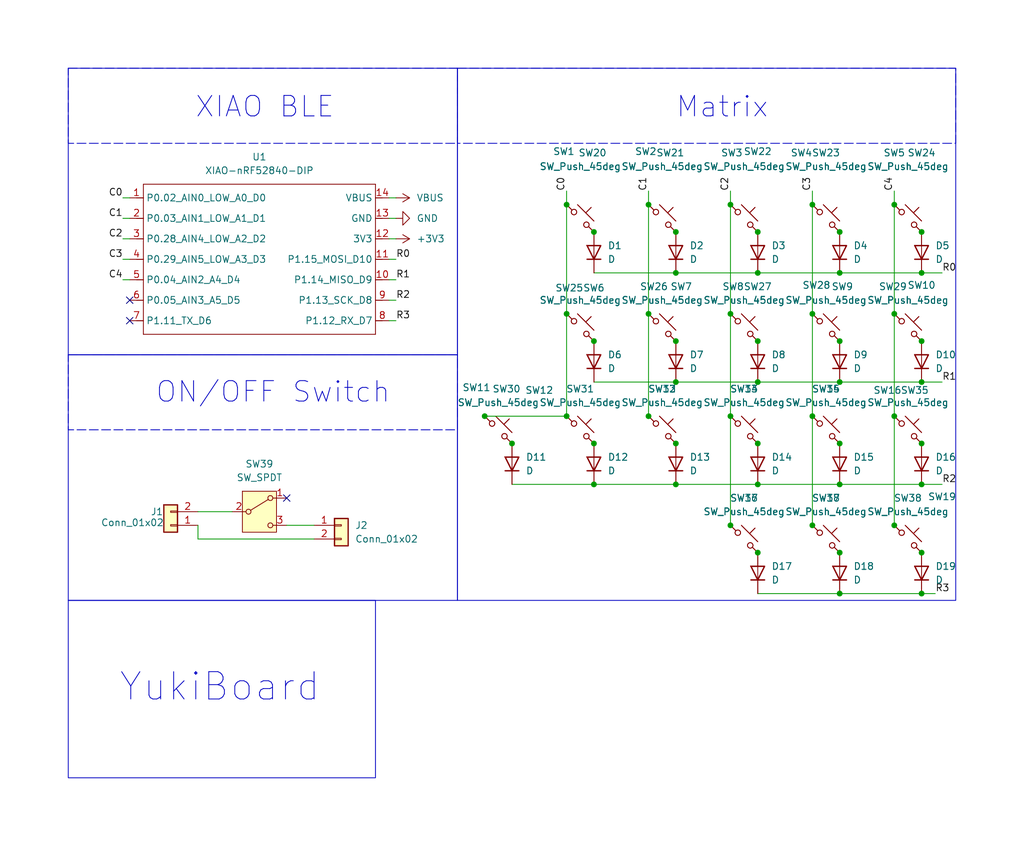
<source format=kicad_sch>
(kicad_sch (version 20250114) (generator "eeschema") (generator_version "9.0")
  (paper "User" 190.5 157.48)
  (title_block (title "YukiBoard") (date "08/01/2025") (rev "V0.1") (company "manni"))
  (lib_symbols
    (symbol "Connector_Generic:Conn_01x02" (pin_names (offset 1.016) (hide yes))
      (property "Reference" "J" (at 0 2.54 0))
      (property "Value" "Conn_01x02" (at 0 -5.08 0))
      (symbol "Conn_01x02_1_1"
        (rectangle (start -1.27 1.27) (end 1.27 -3.81) (stroke (width 0.254)) (fill (type background)))
        (rectangle (start -1.27 0.127) (end 0 -0.127) (stroke (width 0.1524)))
        (rectangle (start -1.27 -2.413) (end 0 -2.667) (stroke (width 0.1524)))
        (pin passive line (at -5.08 0 0) (length 3.81) (name "Pin_1") (number "1"))
        (pin passive line (at -5.08 -2.54 0) (length 3.81) (name "Pin_2") (number "2"))
      )
    )
    (symbol "Device:D" (pin_numbers (hide yes)) (pin_names (offset 1.016) (hide yes))
      (property "Reference" "D" (at 0 2.54 0))
      (property "Value" "D" (at 0 -2.54 0))
      (symbol "D_0_1"
        (polyline (pts (xy -1.27 1.27) (xy -1.27 -1.27)) (stroke (width 0.254)))
        (polyline (pts (xy 1.27 1.27) (xy 1.27 -1.27) (xy -1.27 0) (xy 1.27 1.27)) (stroke (width 0.254)))
        (polyline (pts (xy 1.27 0) (xy -1.27 0)))
      )
      (symbol "D_1_1"
        (pin passive line (at -3.81 0 0) (length 2.54) (name "K") (number "1"))
        (pin passive line (at 3.81 0 180) (length 2.54) (name "A") (number "2"))
      )
    )
    (symbol "Seeed_Studio_XIAO_Series:XIAO-nRF52840-DIP"
      (property "Reference" "U" (at -3.048 1.778 0))
      (property "Value" "XIAO-nRF52840-DIP" (at 3.048 -0.254 0))
      (symbol "XIAO-nRF52840-DIP_1_0"
        (polyline (pts (xy -3.81 -1.27) (xy 39.37 -1.27)) (stroke (width 0.1524)))
        (polyline (pts (xy -3.81 -3.81) (xy -5.08 -3.81)) (stroke (width 0.1524)))
        (polyline (pts (xy -3.81 -3.81) (xy -3.81 -1.27)) (stroke (width 0.1524)))
        (polyline (pts (xy -3.81 -7.62) (xy -5.08 -7.62)) (stroke (width 0.1524)))
        (polyline (pts (xy -3.81 -7.62) (xy -3.81 -3.81)) (stroke (width 0.1524)))
        (polyline (pts (xy -3.81 -11.43) (xy -5.08 -11.43)) (stroke (width 0.1524)))
        (polyline (pts (xy -3.81 -11.43) (xy -3.81 -7.62)) (stroke (width 0.1524)))
        (polyline (pts (xy -3.81 -15.24) (xy -5.08 -15.24)) (stroke (width 0.1524)))
        (polyline (pts (xy -3.81 -15.24) (xy -3.81 -11.43)) (stroke (width 0.1524)))
        (polyline (pts (xy -3.81 -19.05) (xy -5.08 -19.05)) (stroke (width 0.1524)))
        (polyline (pts (xy -3.81 -22.86) (xy -5.08 -22.86)) (stroke (width 0.1524)))
        (polyline (pts (xy -3.81 -26.67) (xy -5.08 -26.67)) (stroke (width 0.1524)))
        (polyline (pts (xy -3.81 -29.21) (xy -3.81 -15.24)) (stroke (width 0.1524)))
        (polyline (pts (xy 39.37 -1.27) (xy 39.37 -3.81)) (stroke (width 0.1524)))
        (polyline (pts (xy 39.37 -3.81) (xy 39.37 -7.62)) (stroke (width 0.1524)))
        (polyline (pts (xy 39.37 -7.62) (xy 39.37 -11.43)) (stroke (width 0.1524)))
        (polyline (pts (xy 39.37 -11.43) (xy 39.37 -29.21)) (stroke (width 0.1524)))
        (polyline (pts (xy 39.37 -29.21) (xy -3.81 -29.21)) (stroke (width 0.1524)))
        (polyline (pts (xy 40.64 -3.81) (xy 39.37 -3.81)) (stroke (width 0.1524)))
        (polyline (pts (xy 40.64 -7.62) (xy 39.37 -7.62)) (stroke (width 0.1524)))
        (polyline (pts (xy 40.64 -11.43) (xy 39.37 -11.43)) (stroke (width 0.1524)))
        (polyline (pts (xy 40.64 -15.24) (xy 39.37 -15.24)) (stroke (width 0.1524)))
        (polyline (pts (xy 40.64 -19.05) (xy 39.37 -19.05)) (stroke (width 0.1524)))
        (polyline (pts (xy 40.64 -22.86) (xy 39.37 -22.86)) (stroke (width 0.1524)))
        (polyline (pts (xy 40.64 -26.67) (xy 39.37 -26.67)) (stroke (width 0.1524)))
        (pin passive line (at -6.35 -3.81 0) (length 2.54) (name "P0.02_AIN0_LOW_A0_D0") (number "1"))
        (pin passive line (at -6.35 -7.62 0) (length 2.54) (name "P0.03_AIN1_LOW_A1_D1") (number "2"))
        (pin passive line (at -6.35 -11.43 0) (length 2.54) (name "P0.28_AIN4_LOW_A2_D2") (number "3"))
        (pin passive line (at -6.35 -15.24 0) (length 2.54) (name "P0.29_AIN5_LOW_A3_D3") (number "4"))
        (pin passive line (at -6.35 -19.05 0) (length 2.54) (name "P0.04_AIN2_A4_D4") (number "5"))
        (pin passive line (at -6.35 -22.86 0) (length 2.54) (name "P0.05_AIN3_A5_D5") (number "6"))
        (pin passive line (at -6.35 -26.67 0) (length 2.54) (name "P1.11_TX_D6") (number "7"))
        (pin passive line (at 41.91 -3.81 180) (length 2.54) (name "VBUS") (number "14"))
        (pin passive line (at 41.91 -7.62 180) (length 2.54) (name "GND") (number "13"))
        (pin passive line (at 41.91 -11.43 180) (length 2.54) (name "3V3") (number "12"))
        (pin passive line (at 41.91 -15.24 180) (length 2.54) (name "P1.15_MOSI_D10") (number "11"))
        (pin passive line (at 41.91 -19.05 180) (length 2.54) (name "P1.14_MISO_D9") (number "10"))
        (pin passive line (at 41.91 -22.86 180) (length 2.54) (name "P1.13_SCK_D8") (number "9"))
        (pin passive line (at 41.91 -26.67 180) (length 2.54) (name "P1.12_RX_D7") (number "8"))
      )
    )
    (symbol "Switch:SW_Push_45deg" (pin_numbers (hide yes)) (pin_names (offset 1.016) (hide yes))
      (property "Reference" "SW" (at 3.048 1.016 0))
      (property "Value" "SW_Push_45deg" (at 0 -3.81 0))
      (symbol "SW_Push_45deg_0_1"
        (polyline (pts (xy -2.54 2.54) (xy -1.524 1.524) (xy -1.524 1.524)))
        (circle (center -1.1684 1.1684) (radius 0.508))
        (polyline (pts (xy -0.508 2.54) (xy 2.54 -0.508)))
        (polyline (pts (xy 1.016 1.016) (xy 2.032 2.032)))
        (circle (center 1.143 -1.1938) (radius 0.508))
        (polyline (pts (xy 1.524 -1.524) (xy 2.54 -2.54) (xy 2.54 -2.54) (xy 2.54 -2.54)))
        (pin passive line (at -2.54 2.54 0) (length 0) (name "1") (number "1"))
        (pin passive line (at 2.54 -2.54 180) (length 0) (name "2") (number "2"))
      )
    )
    (symbol "Switch:SW_SPDT" (pin_names (offset 0) (hide yes))
      (property "Reference" "SW" (at 0 5.08 0))
      (property "Value" "SW_SPDT" (at 0 -5.08 0))
      (symbol "SW_SPDT_0_1"
        (circle (center -2.032 0) (radius 0.4572))
        (polyline (pts (xy -1.651 0.254) (xy 1.651 2.286)))
        (circle (center 2.032 2.54) (radius 0.4572))
        (circle (center 2.032 -2.54) (radius 0.4572))
      )
      (symbol "SW_SPDT_1_1"
        (rectangle (start -3.175 3.81) (end 3.175 -3.81) (fill (type background)))
        (pin passive line (at -5.08 0 0) (length 2.54) (name "B") (number "2"))
        (pin passive line (at 5.08 2.54 180) (length 2.54) (name "A") (number "1"))
        (pin passive line (at 5.08 -2.54 180) (length 2.54) (name "C") (number "3"))
      )
    )
    (symbol "power:+3V3" (power) (pin_numbers (hide yes)) (pin_names (offset 0) (hide yes))
      (property "Value" "+3V3" (at 0 3.556 0))
      (symbol "+3V3_0_1"
        (polyline (pts (xy -0.762 1.27) (xy 0 2.54)))
        (polyline (pts (xy 0 2.54) (xy 0.762 1.27)))
        (polyline (pts (xy 0 0) (xy 0 2.54)))
      )
      (symbol "+3V3_1_1"
        (pin power_in line (at 0 0 90) (length 0) (name "~") (number "1"))
      )
    )
    (symbol "power:GND" (power) (pin_numbers (hide yes)) (pin_names (offset 0) (hide yes))
      (property "Value" "GND" (at 0 -3.81 0))
      (symbol "GND_0_1"
        (polyline (pts (xy 0 0) (xy 0 -1.27) (xy 1.27 -1.27) (xy 0 -2.54) (xy -1.27 -1.27) (xy 0 -1.27)))
      )
      (symbol "GND_1_1"
        (pin power_in line (at 0 0 270) (length 0) (name "~") (number "1"))
      )
    )
    (symbol "power:VBUS" (power) (pin_numbers (hide yes)) (pin_names (offset 0) (hide yes))
      (property "Value" "VBUS" (at 0 3.556 0))
      (symbol "VBUS_0_1"
        (polyline (pts (xy -0.762 1.27) (xy 0 2.54)))
        (polyline (pts (xy 0 2.54) (xy 0.762 1.27)))
        (polyline (pts (xy 0 0) (xy 0 2.54)))
      )
      (symbol "VBUS_1_1"
        (pin power_in line (at 0 0 90) (length 0) (name "~") (number "1"))
      )
    )
  )
  (rectangle (start 12.7 66.04) (end 85.09 111.76))
  (rectangle (start 85.09 12.7) (end 177.8 111.76))
  (rectangle (start 12.7 66.04) (end 85.09 80.01) (stroke (width 0) (type dash)))
  (rectangle (start 12.7 12.7) (end 85.09 26.67) (stroke (width 0) (type dash)))
  (rectangle (start 12.7 111.76) (end 69.85 144.78))
  (rectangle (start 85.09 12.7) (end 177.8 26.67) (stroke (width 0) (type dash)))
  (rectangle (start 12.7 12.7) (end 85.09 66.04))
  (text "Matrix\n" (at 134.366 20.066 0) (effects (font (size 3.81 3.81))))
  (text "XIAO BLE" (at 49.276 20.066 0) (effects (font (size 3.81 3.81))))
  (text "ON/OFF Switch\n" (at 50.8 73.152 0) (effects (font (size 3.81 3.81))))
  (text "YukiBoard" (at 40.894 128.016 0) (effects (font (size 5.08 5.08))))
  (junction (at 135.89 58.42))
  (junction (at 140.97 71.12))
  (junction (at 105.41 38.1))
  (junction (at 156.21 90.17))
  (junction (at 105.41 77.47))
  (junction (at 120.65 77.47))
  (junction (at 156.21 43.18))
  (junction (at 171.45 110.49))
  (junction (at 120.65 38.1))
  (junction (at 120.65 58.42))
  (junction (at 90.17 77.47))
  (junction (at 140.97 102.87))
  (junction (at 110.49 43.18))
  (junction (at 125.73 90.17))
  (junction (at 125.73 82.55))
  (junction (at 171.45 90.17))
  (junction (at 166.37 77.47))
  (junction (at 151.13 77.47))
  (junction (at 156.21 102.87))
  (junction (at 140.97 50.8))
  (junction (at 171.45 82.55))
  (junction (at 110.49 82.55))
  (junction (at 135.89 97.79))
  (junction (at 156.21 82.55))
  (junction (at 151.13 58.42))
  (junction (at 125.73 43.18))
  (junction (at 151.13 38.1))
  (junction (at 125.73 50.8))
  (junction (at 125.73 63.5))
  (junction (at 171.45 102.87))
  (junction (at 95.25 82.55))
  (junction (at 166.37 97.79))
  (junction (at 125.73 71.12))
  (junction (at 171.45 71.12))
  (junction (at 166.37 58.42))
  (junction (at 171.45 63.5))
  (junction (at 135.89 38.1))
  (junction (at 156.21 71.12))
  (junction (at 156.21 63.5))
  (junction (at 166.37 38.1))
  (junction (at 110.49 90.17))
  (junction (at 140.97 90.17))
  (junction (at 135.89 77.47))
  (junction (at 105.41 58.42))
  (junction (at 151.13 97.79))
  (junction (at 140.97 63.5))
  (junction (at 140.97 82.55))
  (junction (at 156.21 110.49))
  (junction (at 156.21 50.8))
  (junction (at 140.97 43.18))
  (junction (at 171.45 43.18))
  (junction (at 171.45 50.8))
  (junction (at 110.49 63.5))
  (no_connect (at 24.13 55.88))
  (no_connect (at 24.13 59.69))
  (no_connect (at 53.34 92.71))
  (wire (pts (xy 135.89 77.47) (xy 135.89 97.79)))
  (wire (pts (xy 166.37 58.42) (xy 166.37 77.47)))
  (wire (pts (xy 175.26 50.8) (xy 171.45 50.8)))
  (wire (pts (xy 151.13 58.42) (xy 151.13 77.47)))
  (wire (pts (xy 22.86 40.64) (xy 24.13 40.64)))
  (wire (pts (xy 156.21 110.49) (xy 171.45 110.49)))
  (wire (pts (xy 53.34 97.79) (xy 58.42 97.79)))
  (wire (pts (xy 166.37 77.47) (xy 166.37 97.79)))
  (wire (pts (xy 120.65 38.1) (xy 120.65 58.42)))
  (wire (pts (xy 140.97 71.12) (xy 156.21 71.12)))
  (wire (pts (xy 151.13 38.1) (xy 151.13 58.42)))
  (wire (pts (xy 140.97 110.49) (xy 156.21 110.49)))
  (wire (pts (xy 120.65 58.42) (xy 120.65 77.47)))
  (wire (pts (xy 140.97 50.8) (xy 156.21 50.8)))
  (wire (pts (xy 171.45 90.17) (xy 175.26 90.17)))
  (wire (pts (xy 73.66 44.45) (xy 72.39 44.45)))
  (wire (pts (xy 105.41 58.42) (xy 105.41 77.47)))
  (wire (pts (xy 135.89 35.56) (xy 135.89 38.1)))
  (wire (pts (xy 110.49 71.12) (xy 125.73 71.12)))
  (wire (pts (xy 110.49 90.17) (xy 125.73 90.17)))
  (wire (pts (xy 125.73 50.8) (xy 140.97 50.8)))
  (wire (pts (xy 105.41 35.56) (xy 105.41 38.1)))
  (wire (pts (xy 125.73 71.12) (xy 140.97 71.12)))
  (wire (pts (xy 175.26 71.12) (xy 171.45 71.12)))
  (wire (pts (xy 36.83 100.33) (xy 58.42 100.33)))
  (wire (pts (xy 22.86 36.83) (xy 24.13 36.83)))
  (wire (pts (xy 156.21 90.17) (xy 171.45 90.17)))
  (wire (pts (xy 22.86 52.07) (xy 24.13 52.07)))
  (wire (pts (xy 36.83 95.25) (xy 43.18 95.25)))
  (wire (pts (xy 135.89 58.42) (xy 135.89 77.47)))
  (wire (pts (xy 140.97 90.17) (xy 156.21 90.17)))
  (wire (pts (xy 105.41 38.1) (xy 105.41 58.42)))
  (wire (pts (xy 151.13 77.47) (xy 151.13 97.79)))
  (wire (pts (xy 73.66 40.64) (xy 72.39 40.64)))
  (wire (pts (xy 151.13 35.56) (xy 151.13 38.1)))
  (wire (pts (xy 22.86 48.26) (xy 24.13 48.26)))
  (wire (pts (xy 120.65 35.56) (xy 120.65 38.1)))
  (wire (pts (xy 73.66 52.07) (xy 72.39 52.07)))
  (wire (pts (xy 135.89 38.1) (xy 135.89 58.42)))
  (wire (pts (xy 22.86 44.45) (xy 24.13 44.45)))
  (wire (pts (xy 166.37 35.56) (xy 166.37 38.1)))
  (wire (pts (xy 156.21 50.8) (xy 171.45 50.8)))
  (wire (pts (xy 125.73 90.17) (xy 140.97 90.17)))
  (wire (pts (xy 110.49 50.8) (xy 125.73 50.8)))
  (wire (pts (xy 73.66 48.26) (xy 72.39 48.26)))
  (wire (pts (xy 173.99 110.49) (xy 171.45 110.49)))
  (wire (pts (xy 73.66 59.69) (xy 72.39 59.69)))
  (wire (pts (xy 73.66 36.83) (xy 72.39 36.83)))
  (wire (pts (xy 156.21 71.12) (xy 171.45 71.12)))
  (wire (pts (xy 95.25 90.17) (xy 110.49 90.17)))
  (wire (pts (xy 73.66 55.88) (xy 72.39 55.88)))
  (wire (pts (xy 36.83 97.79) (xy 36.83 100.33)))
  (wire (pts (xy 90.17 77.47) (xy 105.41 77.47)))
  (wire (pts (xy 166.37 38.1) (xy 166.37 58.42)))
  (label "C4" (at 166.37 35.56 90))
  (label "R0" (at 73.66 48.26 0))
  (label "C3" (at 22.86 48.26 180))
  (label "C1" (at 22.86 40.64 180))
  (label "C0" (at 105.41 35.56 90))
  (label "R1" (at 73.66 52.07 0))
  (label "C4" (at 22.86 52.07 180))
  (label "C0" (at 22.86 36.83 180))
  (label "C2" (at 22.86 44.45 180))
  (label "R2" (at 175.26 90.17 0))
  (label "R2" (at 73.66 55.88 0))
  (label "C2" (at 135.89 35.56 90))
  (label "R1" (at 175.26 71.12 0))
  (label "R3" (at 173.99 110.49 0))
  (label "C1" (at 120.65 35.56 90))
  (label "C3" (at 151.13 35.56 90))
  (label "R3" (at 73.66 59.69 0))
  (label "R0" (at 175.26 50.8 0))
  (symbol (lib_id "Switch:SW_Push_45deg") (at 138.43 100.33 0) (unit 1)
    (property "Reference" "SW17" (at 138.43 92.71 0))
    (property "Value" "SW_Push_45deg" (at 138.43 95.25 0))
    (property "Footprint" "MX_Hotswap:MX-Hotswap-1U" (effects (hide yes)))
    (property "Description" "Push button switch, normally open, two pins, 45° tilted" (effects (hide yes)))
  )
  (symbol (lib_id "Device:D") (at 110.49 67.31 90) (unit 1)
    (property "Reference" "D6" (at 113.03 66.0399 90) (effects (justify right)))
    (property "Value" "D" (at 113.03 68.5799 90) (effects (justify right)))
    (property "Footprint" "Diode_SMD:D_SOD-123" (effects (hide yes)))
    (property "Description" "Diode" (effects (hide yes)))
    (property "Sim.Device" "D" (effects (hide yes)))
    (property "Sim.Pins" "1=K 2=A" (effects (hide yes)))
  )
  (symbol (lib_id "Switch:SW_Push_45deg") (at 92.71 80.01 0) (unit 1)
    (property "Reference" "SW11" (at 88.646 72.136 0))
    (property "Value" "SW_Push_45deg" (at 92.71 74.93 0))
    (property "Footprint" "MX_Hotswap:MX-Hotswap-1U" (effects (hide yes)))
    (property "Description" "Push button switch, normally open, two pins, 45° tilted" (effects (hide yes)))
  )
  (symbol (lib_id "Switch:SW_Push_45deg") (at 138.43 60.96 0) (unit 1)
    (property "Reference" "SW8" (at 136.398 53.34 0))
    (property "Value" "SW_Push_45deg" (at 138.43 55.88 0))
    (property "Footprint" "MX_Hotswap:MX-Hotswap-1U" (effects (hide yes)))
    (property "Description" "Push button switch, normally open, two pins, 45° tilted" (effects (hide yes)))
  )
  (symbol (lib_id "Switch:SW_Push_45deg") (at 153.67 100.33 0) (unit 1)
    (property "Reference" "SW18" (at 153.67 92.71 0))
    (property "Value" "SW_Push_45deg" (at 153.67 95.25 0))
    (property "Footprint" "MX_Hotswap:MX-Hotswap-1U" (effects (hide yes)))
    (property "Description" "Push button switch, normally open, two pins, 45° tilted" (effects (hide yes)))
  )
  (symbol (lib_id "Seeed_Studio_XIAO_Series:XIAO-nRF52840-DIP") (at 30.48 33.02 0) (unit 1)
    (property "Reference" "U1" (at 48.26 29.21 0))
    (property "Value" "XIAO-nRF52840-DIP" (at 48.26 31.75 0))
    (property "Footprint" "XIAO-:XIAO-nRF52840-DIP" (effects (hide yes)))
  )
  (symbol (lib_id "Device:D") (at 171.45 67.31 90) (unit 1)
    (property "Reference" "D10" (at 173.99 66.0399 90) (effects (justify right)))
    (property "Value" "D" (at 173.99 68.5799 90) (effects (justify right)))
    (property "Footprint" "Diode_SMD:D_SOD-123" (effects (hide yes)))
    (property "Description" "Diode" (effects (hide yes)))
    (property "Sim.Device" "D" (effects (hide yes)))
    (property "Sim.Pins" "1=K 2=A" (effects (hide yes)))
  )
  (symbol (lib_id "Switch:SW_Push_45deg") (at 168.91 60.96 0) (unit 1)
    (property "Reference" "SW10" (at 171.45 53.086 0))
    (property "Value" "SW_Push_45deg" (at 168.91 55.88 0))
    (property "Footprint" "MX_Hotswap:MX-Hotswap-1U" (effects (hide yes)))
    (property "Description" "Push button switch, normally open, two pins, 45° tilted" (effects (hide yes)))
  )
  (symbol (lib_id "Switch:SW_Push_45deg") (at 123.19 80.01 0) (unit 1)
    (property "Reference" "SW13" (at 123.19 72.39 0))
    (property "Value" "SW_Push_45deg" (at 123.19 74.93 0))
    (property "Footprint" "MX_Hotswap:MX-Hotswap-1U" (effects (hide yes)))
    (property "Description" "Push button switch, normally open, two pins, 45° tilted" (effects (hide yes)))
  )
  (symbol (lib_id "Device:D") (at 125.73 67.31 90) (unit 1)
    (property "Reference" "D7" (at 128.27 66.0399 90) (effects (justify right)))
    (property "Value" "D" (at 128.27 68.5799 90) (effects (justify right)))
    (property "Footprint" "Diode_SMD:D_SOD-123" (effects (hide yes)))
    (property "Description" "Diode" (effects (hide yes)))
    (property "Sim.Device" "D" (effects (hide yes)))
    (property "Sim.Pins" "1=K 2=A" (effects (hide yes)))
  )
  (symbol (lib_id "power:VBUS") (at 73.66 36.83 270) (unit 1)
    (property "Reference" "#PWR01" (effects (hide yes)))
    (property "Value" "VBUS" (at 77.47 36.8299 90) (effects (justify left)))
    (property "Description" "Power symbol creates a global label with name \"VBUS\"" (effects (hide yes)))
  )
  (symbol (lib_id "Switch:SW_Push_45deg") (at 123.19 40.64 0) (unit 1)
    (property "Reference" "SW2" (at 120.142 28.194 0))
    (property "Value" "SW_Push_45deg" (at 123.19 30.988 0))
    (property "Footprint" "MX_Hotswap:MX-Hotswap-1U" (effects (hide yes)))
    (property "Description" "Push button switch, normally open, two pins, 45° tilted" (effects (hide yes)))
  )
  (symbol (lib_id "Device:D") (at 156.21 106.68 90) (unit 1)
    (property "Reference" "D18" (at 158.75 105.4099 90) (effects (justify right)))
    (property "Value" "D" (at 158.75 107.9499 90) (effects (justify right)))
    (property "Footprint" "Diode_SMD:D_SOD-123" (effects (hide yes)))
    (property "Description" "Diode" (effects (hide yes)))
    (property "Sim.Device" "D" (effects (hide yes)))
    (property "Sim.Pins" "1=K 2=A" (effects (hide yes)))
  )
  (symbol (lib_id "Device:D") (at 125.73 46.99 90) (unit 1)
    (property "Reference" "D2" (at 128.27 45.7199 90) (effects (justify right)))
    (property "Value" "D" (at 128.27 48.2599 90) (effects (justify right)))
    (property "Footprint" "Diode_SMD:D_SOD-123" (effects (hide yes)))
    (property "Description" "Diode" (effects (hide yes)))
    (property "Sim.Device" "D" (effects (hide yes)))
    (property "Sim.Pins" "1=K 2=A" (effects (hide yes)))
  )
  (symbol (lib_id "Switch:SW_Push_45deg") (at 168.91 80.01 0) (unit 1)
    (property "Reference" "SW16" (at 165.1 72.644 0))
    (property "Value" "SW_Push_45deg" (at 168.91 74.93 0))
    (property "Footprint" "MX_Hotswap:MX-Hotswap-1U" (effects (hide yes)))
    (property "Description" "Push button switch, normally open, two pins, 45° tilted" (effects (hide yes)))
  )
  (symbol (lib_id "Switch:SW_SPDT") (at 48.26 95.25 0) (unit 1)
    (property "Reference" "SW39" (at 48.26 86.36 0))
    (property "Value" "SW_SPDT" (at 48.26 88.9 0))
    (property "Footprint" "ScottoKeebs_Components:Switch_MSK12C02" (effects (hide yes)))
    (property "Description" "Switch, single pole double throw" (effects (hide yes)))
  )
  (symbol (lib_id "Switch:SW_Push_45deg") (at 153.67 40.64 0) (unit 1)
    (property "Reference" "SW23" (at 153.67 28.448 0))
    (property "Value" "SW_Push_45deg" (at 153.67 30.988 0))
    (property "Footprint" "MX_Hotswap:MX-Hotswap-1U" (effects (hide yes)))
    (property "Description" "Push button switch, normally open, two pins, 45° tilted" (effects (hide yes)))
  )
  (symbol (lib_id "Switch:SW_Push_45deg") (at 123.19 60.96 0) (unit 1)
    (property "Reference" "SW26" (at 121.666 53.34 0))
    (property "Value" "SW_Push_45deg" (at 123.19 55.88 0))
    (property "Footprint" "MX_Hotswap:MX-Hotswap-1U" (effects (hide yes)))
    (property "Description" "Push button switch, normally open, two pins, 45° tilted" (effects (hide yes)))
  )
  (symbol (lib_id "Device:D") (at 140.97 106.68 90) (unit 1)
    (property "Reference" "D17" (at 143.51 105.4099 90) (effects (justify right)))
    (property "Value" "D" (at 143.51 107.9499 90) (effects (justify right)))
    (property "Footprint" "Diode_SMD:D_SOD-123" (effects (hide yes)))
    (property "Description" "Diode" (effects (hide yes)))
    (property "Sim.Device" "D" (effects (hide yes)))
    (property "Sim.Pins" "1=K 2=A" (effects (hide yes)))
  )
  (symbol (lib_id "Switch:SW_Push_45deg") (at 123.19 40.64 0) (unit 1)
    (property "Reference" "SW21" (at 124.714 28.448 0))
    (property "Value" "SW_Push_45deg" (at 123.19 30.988 0))
    (property "Footprint" "MX_Hotswap:MX-Hotswap-1U" (effects (hide yes)))
    (property "Description" "Push button switch, normally open, two pins, 45° tilted" (effects (hide yes)))
  )
  (symbol (lib_id "Switch:SW_Push_45deg") (at 92.71 80.01 0) (unit 1)
    (property "Reference" "SW30" (at 94.234 72.39 0))
    (property "Value" "SW_Push_45deg" (at 92.71 74.93 0))
    (property "Footprint" "MX_Hotswap:MX-Hotswap-1U" (effects (hide yes)))
    (property "Description" "Push button switch, normally open, two pins, 45° tilted" (effects (hide yes)))
  )
  (symbol (lib_id "Device:D") (at 171.45 106.68 90) (unit 1)
    (property "Reference" "D19" (at 173.99 105.4099 90) (effects (justify right)))
    (property "Value" "D" (at 173.99 107.9499 90) (effects (justify right)))
    (property "Footprint" "Diode_SMD:D_SOD-123" (effects (hide yes)))
    (property "Description" "Diode" (effects (hide yes)))
    (property "Sim.Device" "D" (effects (hide yes)))
    (property "Sim.Pins" "1=K 2=A" (effects (hide yes)))
  )
  (symbol (lib_id "Switch:SW_Push_45deg") (at 107.95 40.64 0) (unit 1)
    (property "Reference" "SW1" (at 104.902 28.194 0))
    (property "Value" "SW_Push_45deg" (at 107.95 30.988 0))
    (property "Footprint" "MX_Hotswap:MX-Hotswap-1U" (effects (hide yes)))
    (property "Description" "Push button switch, normally open, two pins, 45° tilted" (effects (hide yes)))
  )
  (symbol (lib_id "Switch:SW_Push_45deg") (at 138.43 100.33 0) (unit 1)
    (property "Reference" "SW36" (at 138.43 92.71 0))
    (property "Value" "SW_Push_45deg" (at 138.43 95.25 0))
    (property "Footprint" "MX_Hotswap:MX-Hotswap-1U" (effects (hide yes)))
    (property "Description" "Push button switch, normally open, two pins, 45° tilted" (effects (hide yes)))
  )
  (symbol (lib_id "Switch:SW_Push_45deg") (at 138.43 40.64 0) (unit 1)
    (property "Reference" "SW3" (at 136.144 28.448 0))
    (property "Value" "SW_Push_45deg" (at 138.43 30.988 0))
    (property "Footprint" "MX_Hotswap:MX-Hotswap-1U" (effects (hide yes)))
    (property "Description" "Push button switch, normally open, two pins, 45° tilted" (effects (hide yes)))
  )
  (symbol (lib_id "Switch:SW_Push_45deg") (at 153.67 80.01 0) (unit 1)
    (property "Reference" "SW34" (at 153.67 72.39 0))
    (property "Value" "SW_Push_45deg" (at 153.67 74.93 0))
    (property "Footprint" "MX_Hotswap:MX-Hotswap-1U" (effects (hide yes)))
    (property "Description" "Push button switch, normally open, two pins, 45° tilted" (effects (hide yes)))
  )
  (symbol (lib_id "Switch:SW_Push_45deg") (at 153.67 100.33 0) (unit 1)
    (property "Reference" "SW37" (at 153.67 92.71 0))
    (property "Value" "SW_Push_45deg" (at 153.67 95.25 0))
    (property "Footprint" "MX_Hotswap:MX-Hotswap-1U" (effects (hide yes)))
    (property "Description" "Push button switch, normally open, two pins, 45° tilted" (effects (hide yes)))
  )
  (symbol (lib_id "Switch:SW_Push_45deg") (at 107.95 60.96 0) (unit 1)
    (property "Reference" "SW25" (at 105.918 53.594 0))
    (property "Value" "SW_Push_45deg" (at 107.95 55.88 0))
    (property "Footprint" "MX_Hotswap:MX-Hotswap-1U" (effects (hide yes)))
    (property "Description" "Push button switch, normally open, two pins, 45° tilted" (effects (hide yes)))
  )
  (symbol (lib_id "Switch:SW_Push_45deg") (at 123.19 60.96 0) (unit 1)
    (property "Reference" "SW7" (at 126.746 53.34 0))
    (property "Value" "SW_Push_45deg" (at 123.19 55.88 0))
    (property "Footprint" "MX_Hotswap:MX-Hotswap-1U" (effects (hide yes)))
    (property "Description" "Push button switch, normally open, two pins, 45° tilted" (effects (hide yes)))
  )
  (symbol (lib_id "Switch:SW_Push_45deg") (at 168.91 60.96 0) (unit 1)
    (property "Reference" "SW29" (at 166.116 53.34 0))
    (property "Value" "SW_Push_45deg" (at 168.91 55.88 0))
    (property "Footprint" "MX_Hotswap:MX-Hotswap-1U" (effects (hide yes)))
    (property "Description" "Push button switch, normally open, two pins, 45° tilted" (effects (hide yes)))
  )
  (symbol (lib_id "Switch:SW_Push_45deg") (at 107.95 80.01 0) (unit 1)
    (property "Reference" "SW31" (at 107.95 72.39 0))
    (property "Value" "SW_Push_45deg" (at 107.95 74.93 0))
    (property "Footprint" "MX_Hotswap:MX-Hotswap-1U" (effects (hide yes)))
    (property "Description" "Push button switch, normally open, two pins, 45° tilted" (effects (hide yes)))
  )
  (symbol (lib_id "Device:D") (at 156.21 86.36 90) (unit 1)
    (property "Reference" "D15" (at 158.75 85.0899 90) (effects (justify right)))
    (property "Value" "D" (at 158.75 87.6299 90) (effects (justify right)))
    (property "Footprint" "Diode_SMD:D_SOD-123" (effects (hide yes)))
    (property "Description" "Diode" (effects (hide yes)))
    (property "Sim.Device" "D" (effects (hide yes)))
    (property "Sim.Pins" "1=K 2=A" (effects (hide yes)))
  )
  (symbol (lib_id "Switch:SW_Push_45deg") (at 138.43 80.01 0) (unit 1)
    (property "Reference" "SW14" (at 138.43 72.39 0))
    (property "Value" "SW_Push_45deg" (at 138.43 74.93 0))
    (property "Footprint" "MX_Hotswap:MX-Hotswap-1U" (effects (hide yes)))
    (property "Description" "Push button switch, normally open, two pins, 45° tilted" (effects (hide yes)))
  )
  (symbol (lib_id "Switch:SW_Push_45deg") (at 153.67 40.64 0) (unit 1)
    (property "Reference" "SW4" (at 149.098 28.448 0))
    (property "Value" "SW_Push_45deg" (at 153.67 30.988 0))
    (property "Footprint" "MX_Hotswap:MX-Hotswap-1U" (effects (hide yes)))
    (property "Description" "Push button switch, normally open, two pins, 45° tilted" (effects (hide yes)))
  )
  (symbol (lib_id "Device:D") (at 156.21 67.31 90) (unit 1)
    (property "Reference" "D9" (at 158.75 66.0399 90) (effects (justify right)))
    (property "Value" "D" (at 158.75 68.5799 90) (effects (justify right)))
    (property "Footprint" "Diode_SMD:D_SOD-123" (effects (hide yes)))
    (property "Description" "Diode" (effects (hide yes)))
    (property "Sim.Device" "D" (effects (hide yes)))
    (property "Sim.Pins" "1=K 2=A" (effects (hide yes)))
  )
  (symbol (lib_id "Switch:SW_Push_45deg") (at 168.91 40.64 0) (unit 1)
    (property "Reference" "SW24" (at 171.45 28.448 0))
    (property "Value" "SW_Push_45deg" (at 168.91 30.988 0))
    (property "Footprint" "MX_Hotswap:MX-Hotswap-1U" (effects (hide yes)))
    (property "Description" "Push button switch, normally open, two pins, 45° tilted" (effects (hide yes)))
  )
  (symbol (lib_id "Switch:SW_Push_45deg") (at 168.91 100.33 0) (unit 1)
    (property "Reference" "SW38" (at 168.91 92.71 0))
    (property "Value" "SW_Push_45deg" (at 168.91 95.25 0))
    (property "Footprint" "MX_Hotswap:MX-Hotswap-1U" (effects (hide yes)))
    (property "Description" "Push button switch, normally open, two pins, 45° tilted" (effects (hide yes)))
  )
  (symbol (lib_id "Device:D") (at 171.45 86.36 90) (unit 1)
    (property "Reference" "D16" (at 173.99 85.0899 90) (effects (justify right)))
    (property "Value" "D" (at 173.99 87.6299 90) (effects (justify right)))
    (property "Footprint" "Diode_SMD:D_SOD-123" (effects (hide yes)))
    (property "Description" "Diode" (effects (hide yes)))
    (property "Sim.Device" "D" (effects (hide yes)))
    (property "Sim.Pins" "1=K 2=A" (effects (hide yes)))
  )
  (symbol (lib_id "Switch:SW_Push_45deg") (at 107.95 60.96 0) (unit 1)
    (property "Reference" "SW6" (at 110.49 53.594 0))
    (property "Value" "SW_Push_45deg" (at 107.95 55.88 0))
    (property "Footprint" "MX_Hotswap:MX-Hotswap-1U" (effects (hide yes)))
    (property "Description" "Push button switch, normally open, two pins, 45° tilted" (effects (hide yes)))
  )
  (symbol (lib_id "Device:D") (at 156.21 46.99 90) (unit 1)
    (property "Reference" "D4" (at 158.75 45.7199 90) (effects (justify right)))
    (property "Value" "D" (at 158.75 48.2599 90) (effects (justify right)))
    (property "Footprint" "Diode_SMD:D_SOD-123" (effects (hide yes)))
    (property "Description" "Diode" (effects (hide yes)))
    (property "Sim.Device" "D" (effects (hide yes)))
    (property "Sim.Pins" "1=K 2=A" (effects (hide yes)))
  )
  (symbol (lib_id "Switch:SW_Push_45deg") (at 107.95 40.64 0) (unit 1)
    (property "Reference" "SW20" (at 110.236 28.448 0))
    (property "Value" "SW_Push_45deg" (at 107.95 30.988 0))
    (property "Footprint" "MX_Hotswap:MX-Hotswap-1U" (effects (hide yes)))
    (property "Description" "Push button switch, normally open, two pins, 45° tilted" (effects (hide yes)))
  )
  (symbol (lib_id "Switch:SW_Push_45deg") (at 123.19 80.01 0) (unit 1)
    (property "Reference" "SW32" (at 123.19 72.39 0))
    (property "Value" "SW_Push_45deg" (at 123.19 74.93 0))
    (property "Footprint" "MX_Hotswap:MX-Hotswap-1U" (effects (hide yes)))
    (property "Description" "Push button switch, normally open, two pins, 45° tilted" (effects (hide yes)))
  )
  (symbol (lib_id "Device:D") (at 125.73 86.36 90) (unit 1)
    (property "Reference" "D13" (at 128.27 85.0899 90) (effects (justify right)))
    (property "Value" "D" (at 128.27 87.6299 90) (effects (justify right)))
    (property "Footprint" "Diode_SMD:D_SOD-123" (effects (hide yes)))
    (property "Description" "Diode" (effects (hide yes)))
    (property "Sim.Device" "D" (effects (hide yes)))
    (property "Sim.Pins" "1=K 2=A" (effects (hide yes)))
  )
  (symbol (lib_id "Connector_Generic:Conn_01x02") (at 31.75 97.79 180) (unit 1)
    (property "Reference" "J1" (at 29.21 95.25 0))
    (property "Value" "Conn_01x02" (at 24.638 97.282 0))
    (property "Footprint" "Connector_PinHeader_2.54mm:PinHeader_1x02_P2.54mm_Vertical" (effects (hide yes)))
    (property "Description" "Generic connector, single row, 01x02, script generated (kicad-library-utils/schlib/autogen/connector/)" (effects (hide yes)))
  )
  (symbol (lib_id "Device:D") (at 171.45 46.99 90) (unit 1)
    (property "Reference" "D5" (at 173.99 45.7199 90) (effects (justify right)))
    (property "Value" "D" (at 173.99 48.2599 90) (effects (justify right)))
    (property "Footprint" "Diode_SMD:D_SOD-123" (effects (hide yes)))
    (property "Description" "Diode" (effects (hide yes)))
    (property "Sim.Device" "D" (effects (hide yes)))
    (property "Sim.Pins" "1=K 2=A" (effects (hide yes)))
  )
  (symbol (lib_id "Switch:SW_Push_45deg") (at 168.91 80.01 0) (unit 1)
    (property "Reference" "SW35" (at 170.18 72.644 0))
    (property "Value" "SW_Push_45deg" (at 168.91 74.93 0))
    (property "Footprint" "MX_Hotswap:MX-Hotswap-1U" (effects (hide yes)))
    (property "Description" "Push button switch, normally open, two pins, 45° tilted" (effects (hide yes)))
  )
  (symbol (lib_id "Device:D") (at 140.97 67.31 90) (unit 1)
    (property "Reference" "D8" (at 143.51 66.0399 90) (effects (justify right)))
    (property "Value" "D" (at 143.51 68.5799 90) (effects (justify right)))
    (property "Footprint" "Diode_SMD:D_SOD-123" (effects (hide yes)))
    (property "Description" "Diode" (effects (hide yes)))
    (property "Sim.Device" "D" (effects (hide yes)))
    (property "Sim.Pins" "1=K 2=A" (effects (hide yes)))
  )
  (symbol (lib_id "Switch:SW_Push_45deg") (at 138.43 40.64 0) (unit 1)
    (property "Reference" "SW22" (at 140.97 28.194 0))
    (property "Value" "SW_Push_45deg" (at 138.43 30.988 0))
    (property "Footprint" "MX_Hotswap:MX-Hotswap-1U" (effects (hide yes)))
    (property "Description" "Push button switch, normally open, two pins, 45° tilted" (effects (hide yes)))
  )
  (symbol (lib_id "Device:D") (at 95.25 86.36 90) (unit 1)
    (property "Reference" "D11" (at 97.79 85.0899 90) (effects (justify right)))
    (property "Value" "D" (at 97.79 87.6299 90) (effects (justify right)))
    (property "Footprint" "Diode_SMD:D_SOD-123" (effects (hide yes)))
    (property "Description" "Diode" (effects (hide yes)))
    (property "Sim.Device" "D" (effects (hide yes)))
    (property "Sim.Pins" "1=K 2=A" (effects (hide yes)))
  )
  (symbol (lib_id "Device:D") (at 110.49 86.36 90) (unit 1)
    (property "Reference" "D12" (at 113.03 85.0899 90) (effects (justify right)))
    (property "Value" "D" (at 113.03 87.6299 90) (effects (justify right)))
    (property "Footprint" "Diode_SMD:D_SOD-123" (effects (hide yes)))
    (property "Description" "Diode" (effects (hide yes)))
    (property "Sim.Device" "D" (effects (hide yes)))
    (property "Sim.Pins" "1=K 2=A" (effects (hide yes)))
  )
  (symbol (lib_id "Switch:SW_Push_45deg") (at 107.95 80.01 0) (unit 1)
    (property "Reference" "SW12" (at 100.33 72.644 0))
    (property "Value" "SW_Push_45deg" (at 107.95 74.93 0))
    (property "Footprint" "MX_Hotswap:MX-Hotswap-1U" (effects (hide yes)))
    (property "Description" "Push button switch, normally open, two pins, 45° tilted" (effects (hide yes)))
  )
  (symbol (lib_id "Device:D") (at 140.97 46.99 90) (unit 1)
    (property "Reference" "D3" (at 143.51 45.7199 90) (effects (justify right)))
    (property "Value" "D" (at 143.51 48.2599 90) (effects (justify right)))
    (property "Footprint" "Diode_SMD:D_SOD-123" (effects (hide yes)))
    (property "Description" "Diode" (effects (hide yes)))
    (property "Sim.Device" "D" (effects (hide yes)))
    (property "Sim.Pins" "1=K 2=A" (effects (hide yes)))
  )
  (symbol (lib_id "Device:D") (at 110.49 46.99 90) (unit 1)
    (property "Reference" "D1" (at 113.03 45.7199 90) (effects (justify right)))
    (property "Value" "D" (at 113.03 48.2599 90) (effects (justify right)))
    (property "Footprint" "Diode_SMD:D_SOD-123" (effects (hide yes)))
    (property "Description" "Diode" (effects (hide yes)))
    (property "Sim.Device" "D" (effects (hide yes)))
    (property "Sim.Pins" "1=K 2=A" (effects (hide yes)))
  )
  (symbol (lib_id "power:+3V3") (at 73.66 44.45 270) (unit 1)
    (property "Reference" "#PWR03" (effects (hide yes)))
    (property "Value" "+3V3" (at 77.47 44.4499 90) (effects (justify left)))
    (property "Description" "Power symbol creates a global label with name \"+3V3\"" (effects (hide yes)))
  )
  (symbol (lib_id "Switch:SW_Push_45deg") (at 168.91 100.33 0) (unit 1)
    (property "Reference" "SW19" (at 175.26 92.456 0))
    (property "Value" "SW_Push_45deg" (at 168.91 95.25 0))
    (property "Footprint" "MX_Hotswap:MX-Hotswap-1U" (effects (hide yes)))
    (property "Description" "Push button switch, normally open, two pins, 45° tilted" (effects (hide yes)))
  )
  (symbol (lib_id "Connector_Generic:Conn_01x02") (at 63.5 97.79 0) (unit 1)
    (property "Reference" "J2" (at 66.04 97.7899 0) (effects (justify left)))
    (property "Value" "Conn_01x02" (at 66.04 100.3299 0) (effects (justify left)))
    (property "Footprint" "Connector_PinHeader_2.54mm:PinHeader_1x02_P2.54mm_Vertical" (effects (hide yes)))
    (property "Description" "Generic connector, single row, 01x02, script generated (kicad-library-utils/schlib/autogen/connector/)" (effects (hide yes)))
  )
  (symbol (lib_id "Switch:SW_Push_45deg") (at 138.43 60.96 0) (unit 1)
    (property "Reference" "SW27" (at 140.97 53.34 0))
    (property "Value" "SW_Push_45deg" (at 138.43 55.88 0))
    (property "Footprint" "MX_Hotswap:MX-Hotswap-1U" (effects (hide yes)))
    (property "Description" "Push button switch, normally open, two pins, 45° tilted" (effects (hide yes)))
  )
  (symbol (lib_id "Switch:SW_Push_45deg") (at 138.43 80.01 0) (unit 1)
    (property "Reference" "SW33" (at 138.43 72.39 0))
    (property "Value" "SW_Push_45deg" (at 138.43 74.93 0))
    (property "Footprint" "MX_Hotswap:MX-Hotswap-1U" (effects (hide yes)))
    (property "Description" "Push button switch, normally open, two pins, 45° tilted" (effects (hide yes)))
  )
  (symbol (lib_id "Switch:SW_Push_45deg") (at 153.67 60.96 0) (unit 1)
    (property "Reference" "SW28" (at 151.892 53.086 0))
    (property "Value" "SW_Push_45deg" (at 153.67 55.88 0))
    (property "Footprint" "MX_Hotswap:MX-Hotswap-1U" (effects (hide yes)))
    (property "Description" "Push button switch, normally open, two pins, 45° tilted" (effects (hide yes)))
  )
  (symbol (lib_id "Switch:SW_Push_45deg") (at 153.67 80.01 0) (unit 1)
    (property "Reference" "SW15" (at 153.67 72.39 0))
    (property "Value" "SW_Push_45deg" (at 153.67 74.93 0))
    (property "Footprint" "MX_Hotswap:MX-Hotswap-1U" (effects (hide yes)))
    (property "Description" "Push button switch, normally open, two pins, 45° tilted" (effects (hide yes)))
  )
  (symbol (lib_id "power:GND") (at 73.66 40.64 90) (unit 1)
    (property "Reference" "#PWR02" (effects (hide yes)))
    (property "Value" "GND" (at 77.47 40.6399 90) (effects (justify right)))
    (property "Description" "Power symbol creates a global label with name \"GND\" , ground" (effects (hide yes)))
  )
  (symbol (lib_id "Device:D") (at 140.97 86.36 90) (unit 1)
    (property "Reference" "D14" (at 143.51 85.0899 90) (effects (justify right)))
    (property "Value" "D" (at 143.51 87.6299 90) (effects (justify right)))
    (property "Footprint" "Diode_SMD:D_SOD-123" (effects (hide yes)))
    (property "Description" "Diode" (effects (hide yes)))
    (property "Sim.Device" "D" (effects (hide yes)))
    (property "Sim.Pins" "1=K 2=A" (effects (hide yes)))
  )
  (symbol (lib_id "Switch:SW_Push_45deg") (at 168.91 40.64 0) (unit 1)
    (property "Reference" "SW5" (at 166.37 28.448 0))
    (property "Value" "SW_Push_45deg" (at 168.91 30.988 0))
    (property "Footprint" "MX_Hotswap:MX-Hotswap-1U" (effects (hide yes)))
    (property "Description" "Push button switch, normally open, two pins, 45° tilted" (effects (hide yes)))
  )
  (symbol (lib_id "Switch:SW_Push_45deg") (at 153.67 60.96 0) (unit 1)
    (property "Reference" "SW9" (at 156.718 53.34 0))
    (property "Value" "SW_Push_45deg" (at 153.67 55.88 0))
    (property "Footprint" "MX_Hotswap:MX-Hotswap-1U" (effects (hide yes)))
    (property "Description" "Push button switch, normally open, two pins, 45° tilted" (effects (hide yes)))
  )
)
</source>
